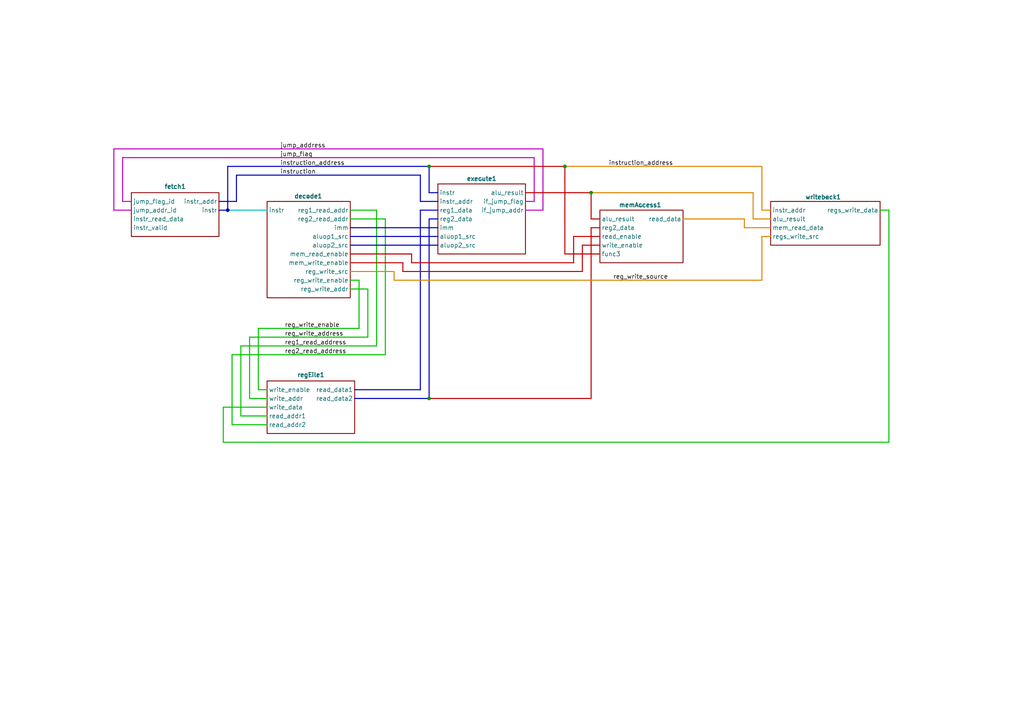
<source format=kicad_sch>
(kicad_sch (version 20231120) (generator "eeschema") (generator_version "8.0")
  (paper "A4")
  (title_block (title "RISC-V CPU Single Cycle"))
  (lib_symbols
    (symbol "RISC-V-lib:Execute" (pin_numbers hide)
      (property "Reference" "execute" (at -0.254 11.43 0))
      (symbol "Execute_1_1"
        (rectangle (start -12.7 10.16) (end 12.7 -10.16) (stroke (width 0.254)))
        (pin output line (at 12.7 7.62 180) (length 0) (name "alu_result") (number ""))
        (pin input line (at -12.7 -5.08 0) (length 0) (name "aluop1_src") (number ""))
        (pin input line (at -12.7 -7.62 0) (length 0) (name "aluop2_src") (number ""))
        (pin output line (at 12.7 2.54 180) (length 0) (name "if_jump_addr") (number ""))
        (pin output line (at 12.7 5.08 180) (length 0) (name "if_jump_flag") (number ""))
        (pin input line (at -12.7 -2.54 0) (length 0) (name "imm") (number ""))
        (pin input line (at -12.7 7.62 0) (length 0) (name "instr") (number ""))
        (pin input line (at -12.7 5.08 0) (length 0) (name "instr_addr") (number ""))
        (pin input line (at -12.7 2.54 0) (length 0) (name "reg1_data") (number ""))
        (pin input line (at -12.7 0 0) (length 0) (name "reg2_data") (number ""))
      )
    )
    (symbol "RISC-V-lib:InstructionDecode" (pin_numbers hide)
      (property "Reference" "decode" (at -0.508 13.97 0))
      (symbol "InstructionDecode_1_1"
        (rectangle (start -12.7 12.7) (end 11.43 -15.24) (stroke (width 0.254)))
        (pin output line (at 11.43 2.54 180) (length 0) (name "aluop1_src") (number ""))
        (pin output line (at 11.43 0 180) (length 0) (name "aluop2_src") (number ""))
        (pin output line (at 11.43 5.08 180) (length 0) (name "imm") (number ""))
        (pin input line (at -12.7 10.16 0) (length 0) (name "instr") (number ""))
        (pin output line (at 11.43 -2.54 180) (length 0) (name "mem_read_enable") (number ""))
        (pin output line (at 11.43 -5.08 180) (length 0) (name "mem_write_enable") (number ""))
        (pin output line (at 11.43 10.16 180) (length 0) (name "reg1_read_addr") (number ""))
        (pin output line (at 11.43 7.62 180) (length 0) (name "reg2_read_addr") (number ""))
        (pin output line (at 11.43 -12.7 180) (length 0) (name "reg_write_addr") (number ""))
        (pin output line (at 11.43 -10.16 180) (length 0) (name "reg_write_enable") (number ""))
        (pin output line (at 11.43 -7.62 180) (length 0) (name "reg_write_src") (number ""))
      )
    )
    (symbol "RISC-V-lib:InstructionFetch" (pin_numbers hide)
      (property "Reference" "fetch" (at -1.27 7.62 0))
      (symbol "InstructionFetch_0_1"
        (rectangle (start -12.7 6.35) (end 12.7 -6.35) (stroke (width 0.254)))
      )
      (symbol "InstructionFetch_1_1"
        (pin output line (at 12.7 1.27 180) (length 0) (name "instr") (number ""))
        (pin output line (at 12.7 3.81 180) (length 0) (name "instr_addr") (number ""))
        (pin input line (at -12.7 -1.27 0) (length 0) (name "instr_read_data") (number ""))
        (pin input line (at -12.7 -3.81 0) (length 0) (name "instr_valid") (number ""))
        (pin input line (at -12.7 1.27 0) (length 0) (name "jump_addr_id") (number ""))
        (pin input line (at -12.7 3.81 0) (length 0) (name "jump_flag_id") (number ""))
      )
    )
    (symbol "RISC-V-lib:MemoryAccess" (pin_numbers hide)
      (property "Reference" "memAccess" (at 0.762 8.89 0))
      (symbol "MemoryAccess_1_1"
        (rectangle (start -11.43 7.62) (end 12.7 -7.62) (stroke (width 0.254)))
        (pin input line (at -11.43 5.08 0) (length 0) (name "alu_result") (number ""))
        (pin input line (at -11.43 -5.08 0) (length 0) (name "func3") (number ""))
        (pin output line (at 12.7 5.08 180) (length 0) (name "read_data") (number ""))
        (pin input line (at -11.43 0 0) (length 0) (name "read_enable") (number ""))
        (pin input line (at -11.43 2.54 0) (length 0) (name "reg2_data") (number ""))
        (pin input line (at -11.43 -2.54 0) (length 0) (name "write_enable") (number ""))
      )
    )
    (symbol "RISC-V-lib:RegFile" (pin_numbers hide)
      (property "Reference" "regFile" (at 0 9.398 0))
      (symbol "RegFile_0_1"
        (rectangle (start -12.7 7.62) (end 12.7 -7.62) (stroke (width 0.254)))
      )
      (symbol "RegFile_1_1"
        (pin input line (at -12.7 -2.54 0) (length 0) (name "read_addr1") (number ""))
        (pin input line (at -12.7 -5.08 0) (length 0) (name "read_addr2") (number ""))
        (pin output line (at 12.7 5.08 180) (length 0) (name "read_data1") (number ""))
        (pin output line (at 12.7 2.54 180) (length 0) (name "read_data2") (number ""))
        (pin input line (at -12.7 2.54 0) (length 0) (name "write_addr") (number ""))
        (pin input line (at -12.7 0 0) (length 0) (name "write_data") (number ""))
        (pin input line (at -12.7 5.08 0) (length 0) (name "write_enable") (number ""))
      )
    )
    (symbol "RISC-V-lib:Writeback" (pin_numbers hide)
      (property "Reference" "writeback" (at -0.254 7.62 0))
      (symbol "Writeback_1_1"
        (rectangle (start -15.24 6.35) (end 16.51 -6.35) (stroke (width 0.254)))
        (pin input line (at -15.24 1.27 0) (length 0) (name "alu_result") (number ""))
        (pin input line (at -15.24 3.81 0) (length 0) (name "instr_addr") (number ""))
        (pin input line (at -15.24 -1.27 0) (length 0) (name "mem_read_data") (number ""))
        (pin output line (at 16.51 3.81 180) (length 0) (name "regs_write_data") (number ""))
        (pin input line (at -15.24 -3.81 0) (length 0) (name "regs_write_src") (number ""))
      )
    )
  )
  (junction (at 66.04 60.96) (color 0 0 194 1))
  (junction (at 171.45 55.88))
  (junction (at 124.46 48.26))
  (junction (at 124.46 115.57))
  (junction (at 163.83 48.26))
  (wire (pts (xy 220.98 60.96) (xy 223.52 60.96)) (stroke (width 0.3048) (color 221 133 0 1)))
  (wire (pts (xy 69.85 100.33) (xy 69.85 120.65)) (stroke (width 0.3048) (color 0 194 0 1)))
  (wire (pts (xy 152.4 55.88) (xy 171.45 55.88)) (stroke (width 0.3048) (color 194 0 0 1)))
  (wire (pts (xy 101.6 83.82) (xy 106.68 83.82)) (stroke (width 0.3048) (color 0 194 0 1)))
  (wire (pts (xy 257.81 128.27) (xy 64.77 128.27)) (stroke (width 0.3048) (color 0 194 0 1)))
  (wire (pts (xy 163.83 48.26) (xy 163.83 73.66)) (stroke (width 0.3048) (color 194 0 0 1)))
  (wire (pts (xy 64.77 128.27) (xy 64.77 118.11)) (stroke (width 0.3048) (color 0 194 0 1)))
  (wire (pts (xy 114.3 78.74) (xy 114.3 81.28)) (stroke (width 0.3048) (color 221 133 0 1)))
  (wire (pts (xy 171.45 55.88) (xy 171.45 63.5)) (stroke (width 0.3048) (color 194 0 0 1)))
  (wire (pts (xy 114.3 81.28) (xy 220.98 81.28)) (stroke (width 0.3048) (color 221 133 0 1)))
  (wire (pts (xy 106.68 83.82) (xy 106.68 97.79)) (stroke (width 0.3048) (color 0 194 0 1)))
  (wire (pts (xy 166.37 68.58) (xy 173.99 68.58)) (stroke (width 0.3048) (color 194 0 0 1)))
  (wire (pts (xy 109.22 60.96) (xy 109.22 100.33)) (stroke (width 0.3048) (color 0 194 0 1)))
  (wire (pts (xy 116.84 78.74) (xy 168.91 78.74)) (stroke (width 0.3048) (color 194 0 0 1)))
  (wire (pts (xy 171.45 63.5) (xy 173.99 63.5)) (stroke (width 0.3048) (color 194 0 0 1)))
  (wire (pts (xy 35.56 58.42) (xy 38.1 58.42)) (stroke (width 0.3048) (color 194 0 194 1)))
  (wire (pts (xy 171.45 66.04) (xy 173.99 66.04)) (stroke (width 0.3048) (color 194 0 0 1)))
  (wire (pts (xy 119.38 76.2) (xy 166.37 76.2)) (stroke (width 0.3048) (color 194 0 0 1)))
  (wire (pts (xy 104.14 95.25) (xy 74.93 95.25)) (stroke (width 0.3048) (color 0 194 0 1)))
  (wire (pts (xy 168.91 71.12) (xy 173.99 71.12)) (stroke (width 0.3048) (color 194 0 0 1)))
  (wire (pts (xy 68.58 50.8) (xy 121.92 50.8)) (stroke (width 0.3048) (color 0 0 194 1)))
  (wire (pts (xy 67.31 102.87) (xy 111.76 102.87)) (stroke (width 0.3048) (color 0 194 0 1)))
  (wire (pts (xy 218.44 55.88) (xy 218.44 63.5)) (stroke (width 0.3048) (color 221 133 0 1)))
  (wire (pts (xy 152.4 58.42) (xy 154.94 58.42)) (stroke (width 0.3048) (color 194 0 194 1)))
  (wire (pts (xy 157.48 60.96) (xy 157.48 43.18)) (stroke (width 0.3048) (color 194 0 194 1)))
  (wire (pts (xy 121.92 113.03) (xy 121.92 60.96)) (stroke (width 0.3048) (color 0 0 194 1)))
  (wire (pts (xy 74.93 95.25) (xy 74.93 113.03)) (stroke (width 0.3048) (color 0 194 0 1)))
  (wire (pts (xy 124.46 115.57) (xy 124.46 63.5)) (stroke (width 0.3048) (color 0 0 194 1)))
  (wire (pts (xy 119.38 73.66) (xy 119.38 76.2)) (stroke (width 0.3048) (color 194 0 0 1)))
  (wire (pts (xy 74.93 113.03) (xy 77.47 113.03)) (stroke (width 0.3048) (color 0 194 0 1)))
  (wire (pts (xy 171.45 55.88) (xy 218.44 55.88)) (stroke (width 0.3048) (color 221 133 0 1)))
  (wire (pts (xy 220.98 68.58) (xy 223.52 68.58)) (stroke (width 0.3048) (color 221 133 0 1)))
  (wire (pts (xy 33.02 43.18) (xy 33.02 60.96)) (stroke (width 0.3048) (color 194 0 194 1)))
  (wire (pts (xy 69.85 120.65) (xy 77.47 120.65)) (stroke (width 0.3048) (color 0 194 0 1)))
  (wire (pts (xy 116.84 76.2) (xy 116.84 78.74)) (stroke (width 0.3048) (color 194 0 0 1)))
  (wire (pts (xy 215.9 63.5) (xy 215.9 66.04)) (stroke (width 0.3048) (color 221 133 0 1)))
  (wire (pts (xy 101.6 78.74) (xy 114.3 78.74)) (stroke (width 0.3048) (color 221 133 0 1)))
  (wire (pts (xy 66.04 48.26) (xy 124.46 48.26)) (stroke (width 0.3048) (color 0 0 194 1)))
  (wire (pts (xy 106.68 97.79) (xy 72.39 97.79)) (stroke (width 0.3048) (color 0 194 0 1)))
  (wire (pts (xy 152.4 60.96) (xy 157.48 60.96)) (stroke (width 0.3048) (color 194 0 194 1)))
  (wire (pts (xy 101.6 71.12) (xy 127 71.12)) (stroke (width 0.3048) (color 0 0 194 1)))
  (wire (pts (xy 72.39 115.57) (xy 77.47 115.57)) (stroke (width 0.3048) (color 0 194 0 1)))
  (wire (pts (xy 124.46 63.5) (xy 127 63.5)) (stroke (width 0.3048) (color 0 0 194 1)))
  (wire (pts (xy 154.94 58.42) (xy 154.94 45.72)) (stroke (width 0.3048) (color 194 0 194 1)))
  (wire (pts (xy 163.83 48.26) (xy 220.98 48.26)) (stroke (width 0.3048) (color 221 133 0 1)))
  (wire (pts (xy 66.04 48.26) (xy 66.04 60.96)) (stroke (width 0.3048) (color 0 0 194 1)))
  (wire (pts (xy 66.04 60.96) (xy 77.47 60.96)) (stroke (width 0.3048) (color 0 194 194 1)))
  (wire (pts (xy 257.81 60.96) (xy 257.81 128.27)) (stroke (width 0.3048) (color 0 194 0 1)))
  (wire (pts (xy 198.12 63.5) (xy 215.9 63.5)) (stroke (width 0.3048) (color 221 133 0 1)))
  (wire (pts (xy 35.56 45.72) (xy 154.94 45.72)) (stroke (width 0.3048) (color 194 0 194 1)))
  (wire (pts (xy 104.14 81.28) (xy 104.14 95.25)) (stroke (width 0.3048) (color 0 194 0 1)))
  (wire (pts (xy 218.44 63.5) (xy 223.52 63.5)) (stroke (width 0.3048) (color 221 133 0 1)))
  (wire (pts (xy 166.37 76.2) (xy 166.37 68.58)) (stroke (width 0.3048) (color 194 0 0 1)))
  (wire (pts (xy 127 55.88) (xy 124.46 55.88)) (stroke (width 0.3048) (color 0 0 194 1)))
  (wire (pts (xy 63.5 60.96) (xy 66.04 60.96)) (stroke (width 0.3048) (color 0 0 194 1)))
  (wire (pts (xy 102.87 113.03) (xy 121.92 113.03)) (stroke (width 0.3048) (color 0 0 194 1)))
  (wire (pts (xy 64.77 118.11) (xy 77.47 118.11)) (stroke (width 0.3048) (color 0 194 0 1)))
  (wire (pts (xy 102.87 115.57) (xy 124.46 115.57)) (stroke (width 0.3048) (color 0 0 194 1)))
  (wire (pts (xy 173.99 73.66) (xy 163.83 73.66)) (stroke (width 0.3048) (color 194 0 0 1)))
  (wire (pts (xy 255.27 60.96) (xy 257.81 60.96)) (stroke (width 0.3048) (color 0 194 0 1)))
  (wire (pts (xy 168.91 78.74) (xy 168.91 71.12)) (stroke (width 0.3048) (color 194 0 0 1)))
  (wire (pts (xy 35.56 45.72) (xy 35.56 58.42)) (stroke (width 0.3048) (color 194 0 194 1)))
  (wire (pts (xy 33.02 43.18) (xy 157.48 43.18)) (stroke (width 0.3048) (color 194 0 194 1)))
  (wire (pts (xy 220.98 81.28) (xy 220.98 68.58)) (stroke (width 0.3048) (color 221 133 0 1)))
  (wire (pts (xy 215.9 66.04) (xy 223.52 66.04)) (stroke (width 0.3048) (color 221 133 0 1)))
  (wire (pts (xy 121.92 60.96) (xy 127 60.96)) (stroke (width 0.3048) (color 0 0 194 1)))
  (wire (pts (xy 101.6 66.04) (xy 127 66.04)) (stroke (width 0.3048) (color 0 0 194 1)))
  (wire (pts (xy 33.02 60.96) (xy 38.1 60.96)) (stroke (width 0.3048) (color 194 0 194 1)))
  (wire (pts (xy 101.6 63.5) (xy 111.76 63.5)) (stroke (width 0.3048) (color 0 194 0 1)))
  (wire (pts (xy 101.6 60.96) (xy 109.22 60.96)) (stroke (width 0.3048) (color 0 194 0 1)))
  (wire (pts (xy 101.6 73.66) (xy 119.38 73.66)) (stroke (width 0.3048) (color 194 0 0 1)))
  (wire (pts (xy 124.46 48.26) (xy 163.83 48.26)) (stroke (width 0.3048) (color 194 0 0 1)))
  (wire (pts (xy 72.39 97.79) (xy 72.39 115.57)) (stroke (width 0.3048) (color 0 194 0 1)))
  (wire (pts (xy 67.31 123.19) (xy 67.31 102.87)) (stroke (width 0.3048) (color 0 194 0 1)))
  (wire (pts (xy 124.46 55.88) (xy 124.46 48.26)) (stroke (width 0.3048) (color 0 0 194 1)))
  (wire (pts (xy 101.6 81.28) (xy 104.14 81.28)) (stroke (width 0.3048) (color 0 194 0 1)))
  (wire (pts (xy 111.76 102.87) (xy 111.76 63.5)) (stroke (width 0.3048) (color 0 194 0 1)))
  (wire (pts (xy 220.98 48.26) (xy 220.98 60.96)) (stroke (width 0.3048) (color 221 133 0 1)))
  (wire (pts (xy 77.47 123.19) (xy 67.31 123.19)) (stroke (width 0.3048) (color 0 194 0 1)))
  (wire (pts (xy 68.58 58.42) (xy 68.58 50.8)) (stroke (width 0.3048) (color 0 0 194 1)))
  (wire (pts (xy 171.45 115.57) (xy 171.45 66.04)) (stroke (width 0.3048) (color 194 0 0 1)))
  (wire (pts (xy 101.6 68.58) (xy 127 68.58)) (stroke (width 0.3048) (color 0 0 194 1)))
  (wire (pts (xy 124.46 115.57) (xy 171.45 115.57)) (stroke (width 0.3048) (color 194 0 0 1)))
  (wire (pts (xy 101.6 76.2) (xy 116.84 76.2)) (stroke (width 0.3048) (color 194 0 0 1)))
  (wire (pts (xy 121.92 58.42) (xy 127 58.42)) (stroke (width 0.3048) (color 0 0 194 1)))
  (wire (pts (xy 109.22 100.33) (xy 69.85 100.33)) (stroke (width 0.3048) (color 0 194 0 1)))
  (wire (pts (xy 121.92 50.8) (xy 121.92 58.42)) (stroke (width 0.3048) (color 0 0 194 1)))
  (wire (pts (xy 63.5 58.42) (xy 68.58 58.42)) (stroke (width 0.3048) (color 0 0 194 1)))
  (label "instruction_address" (at 176.53 48.26 0))
  (label "jump_flag" (at 81.28 45.72 0))
  (label "instruction" (at 81.28 50.8 0))
  (label "instruction_address" (at 81.28 48.26 0))
  (label "reg1_read_address" (at 82.55 100.33 0))
  (label "jump_address" (at 81.28 43.18 0))
  (label "reg_write_source" (at 177.8 81.28 0))
  (label "reg_write_enable" (at 82.55 95.25 0))
  (label "reg2_read_address" (at 82.55 102.87 0))
  (label "reg_write_address" (at 82.55 97.79 0))
  (symbol (lib_id "RISC-V-lib:InstructionDecode") (at 90.17 71.12 0) (unit 1)
    (property "Reference" "decode1" (at 89.408 56.896 0) (effects (font (thickness 0.254) (bold yes))))
    (property "Value" "~" (at 89.535 57.15 0))
  )
  (symbol (lib_id "RISC-V-lib:MemoryAccess") (at 185.42 68.58 0) (unit 1)
    (property "Reference" "memAccess1" (at 185.674 59.436 0) (effects (font (thickness 0.254) (bold yes))))
    (property "Value" "~" (at 186.055 59.69 0))
  )
  (symbol (lib_id "RISC-V-lib:Execute") (at 139.7 63.5 0) (unit 1)
    (property "Reference" "execute1" (at 139.7 51.816 0) (effects (font (thickness 0.254) (bold yes))))
    (property "Value" "~" (at 139.7 52.07 0))
  )
  (symbol (lib_id "RISC-V-lib:RegFile") (at 90.17 118.11 0) (unit 1)
    (property "Reference" "regFile1" (at 90.17 108.712 0) (effects (font (thickness 0.254) (bold yes))))
    (property "Value" "~" (at 90.17 109.22 0))
  )
  (symbol (lib_id "RISC-V-lib:InstructionFetch") (at 50.8 62.23 0) (unit 1)
    (property "Reference" "fetch1" (at 50.8 54.102 0) (effects (font (thickness 0.254) (bold yes))))
    (property "Value" "~" (at 50.8 54.61 0))
  )
  (symbol (lib_id "RISC-V-lib:Writeback") (at 238.76 64.77 0) (unit 1)
    (property "Reference" "writeback1" (at 238.76 57.15 0) (effects (font (thickness 0.254) (bold yes))))
    (property "Value" "~" (at 239.395 57.15 0))
  )
)
</source>
